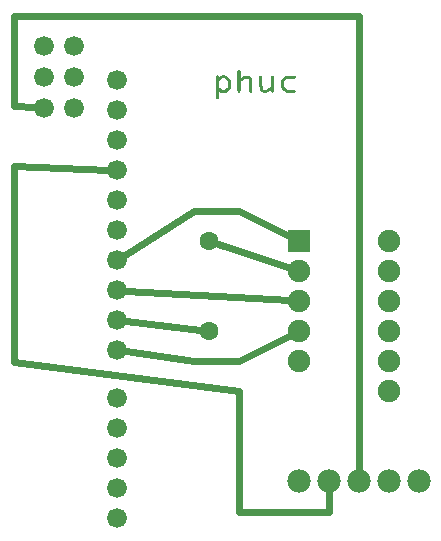
<source format=gtl>
G04 MADE WITH FRITZING*
G04 WWW.FRITZING.ORG*
G04 DOUBLE SIDED*
G04 HOLES PLATED*
G04 CONTOUR ON CENTER OF CONTOUR VECTOR*
%ASAXBY*%
%FSLAX23Y23*%
%MOIN*%
%OFA0B0*%
%SFA1.0B1.0*%
%ADD10C,0.078000*%
%ADD11C,0.066111*%
%ADD12C,0.066139*%
%ADD13C,0.075000*%
%ADD14C,0.062992*%
%ADD15R,0.075000X0.075000*%
%ADD16C,0.024000*%
%ADD17R,0.001000X0.001000*%
%LNCOPPER1*%
G90*
G70*
G54D10*
X1037Y170D03*
X1137Y170D03*
X1237Y170D03*
X1337Y170D03*
X1437Y170D03*
G54D11*
X430Y606D03*
X430Y706D03*
X430Y806D03*
X430Y906D03*
X430Y1006D03*
X430Y1106D03*
X430Y1206D03*
X430Y1306D03*
X430Y1406D03*
X430Y1506D03*
G54D12*
X430Y46D03*
G54D11*
X430Y146D03*
X430Y246D03*
X430Y346D03*
X430Y446D03*
X287Y1516D03*
X188Y1516D03*
X287Y1412D03*
X188Y1412D03*
X287Y1620D03*
X188Y1620D03*
G54D13*
X1037Y970D03*
X1037Y870D03*
X1037Y770D03*
X1037Y670D03*
X1037Y570D03*
X1337Y470D03*
X1337Y570D03*
X1337Y670D03*
X1337Y770D03*
X1337Y870D03*
X1337Y970D03*
X1037Y970D03*
X1037Y870D03*
X1037Y770D03*
X1037Y670D03*
X1037Y570D03*
X1337Y470D03*
X1337Y570D03*
X1337Y670D03*
X1337Y770D03*
X1337Y870D03*
X1337Y970D03*
G54D14*
X737Y969D03*
X737Y669D03*
G54D15*
X1037Y970D03*
X1037Y970D03*
G54D16*
X838Y1070D02*
X688Y1070D01*
D02*
X688Y1070D02*
X456Y922D01*
D02*
X1012Y983D02*
X838Y1070D01*
D02*
X1009Y772D02*
X461Y804D01*
D02*
X707Y673D02*
X460Y702D01*
D02*
X1010Y879D02*
X766Y960D01*
D02*
X838Y571D02*
X688Y571D01*
D02*
X688Y571D02*
X460Y602D01*
D02*
X1012Y657D02*
X838Y571D01*
D02*
X88Y1720D02*
X88Y1421D01*
D02*
X88Y1421D02*
X158Y1415D01*
D02*
X1236Y1720D02*
X88Y1720D01*
D02*
X1237Y200D02*
X1236Y1720D01*
D02*
X1139Y68D02*
X837Y68D01*
D02*
X837Y68D02*
X837Y471D01*
D02*
X837Y471D02*
X88Y568D01*
D02*
X88Y568D02*
X88Y1219D01*
D02*
X88Y1219D02*
X400Y1207D01*
D02*
X1138Y140D02*
X1139Y68D01*
G54D17*
X838Y1542D02*
X838Y1542D01*
X835Y1541D02*
X840Y1541D01*
X835Y1540D02*
X841Y1540D01*
X834Y1539D02*
X842Y1539D01*
X834Y1538D02*
X842Y1538D01*
X833Y1537D02*
X843Y1537D01*
X833Y1536D02*
X843Y1536D01*
X833Y1535D02*
X843Y1535D01*
X833Y1534D02*
X843Y1534D01*
X833Y1533D02*
X843Y1533D01*
X833Y1532D02*
X843Y1532D01*
X833Y1531D02*
X843Y1531D01*
X833Y1530D02*
X843Y1530D01*
X833Y1529D02*
X843Y1529D01*
X833Y1528D02*
X843Y1528D01*
X833Y1527D02*
X843Y1527D01*
X833Y1526D02*
X843Y1526D01*
X833Y1525D02*
X843Y1525D01*
X833Y1524D02*
X843Y1524D01*
X786Y1523D02*
X786Y1523D01*
X833Y1523D02*
X843Y1523D01*
X764Y1522D02*
X768Y1522D01*
X780Y1522D02*
X792Y1522D01*
X833Y1522D02*
X843Y1522D01*
X763Y1521D02*
X769Y1521D01*
X778Y1521D02*
X794Y1521D01*
X833Y1521D02*
X843Y1521D01*
X762Y1520D02*
X770Y1520D01*
X777Y1520D02*
X796Y1520D01*
X833Y1520D02*
X843Y1520D01*
X856Y1520D02*
X871Y1520D01*
X908Y1520D02*
X912Y1520D01*
X947Y1520D02*
X952Y1520D01*
X996Y1520D02*
X1024Y1520D01*
X762Y1519D02*
X770Y1519D01*
X775Y1519D02*
X797Y1519D01*
X833Y1519D02*
X843Y1519D01*
X854Y1519D02*
X873Y1519D01*
X907Y1519D02*
X913Y1519D01*
X946Y1519D02*
X953Y1519D01*
X994Y1519D02*
X1025Y1519D01*
X761Y1518D02*
X771Y1518D01*
X774Y1518D02*
X798Y1518D01*
X833Y1518D02*
X843Y1518D01*
X852Y1518D02*
X875Y1518D01*
X906Y1518D02*
X914Y1518D01*
X946Y1518D02*
X954Y1518D01*
X992Y1518D02*
X1026Y1518D01*
X761Y1517D02*
X771Y1517D01*
X773Y1517D02*
X799Y1517D01*
X833Y1517D02*
X843Y1517D01*
X851Y1517D02*
X876Y1517D01*
X906Y1517D02*
X914Y1517D01*
X945Y1517D02*
X954Y1517D01*
X990Y1517D02*
X1026Y1517D01*
X761Y1516D02*
X800Y1516D01*
X833Y1516D02*
X843Y1516D01*
X849Y1516D02*
X877Y1516D01*
X905Y1516D02*
X914Y1516D01*
X945Y1516D02*
X954Y1516D01*
X989Y1516D02*
X1026Y1516D01*
X761Y1515D02*
X802Y1515D01*
X833Y1515D02*
X843Y1515D01*
X848Y1515D02*
X878Y1515D01*
X905Y1515D02*
X914Y1515D01*
X945Y1515D02*
X954Y1515D01*
X988Y1515D02*
X1026Y1515D01*
X761Y1514D02*
X803Y1514D01*
X833Y1514D02*
X843Y1514D01*
X846Y1514D02*
X879Y1514D01*
X906Y1514D02*
X915Y1514D01*
X945Y1514D02*
X954Y1514D01*
X987Y1514D02*
X1026Y1514D01*
X761Y1513D02*
X804Y1513D01*
X833Y1513D02*
X879Y1513D01*
X906Y1513D02*
X915Y1513D01*
X945Y1513D02*
X954Y1513D01*
X986Y1513D02*
X1025Y1513D01*
X761Y1512D02*
X782Y1512D01*
X790Y1512D02*
X805Y1512D01*
X833Y1512D02*
X880Y1512D01*
X906Y1512D02*
X915Y1512D01*
X945Y1512D02*
X954Y1512D01*
X985Y1512D02*
X1024Y1512D01*
X761Y1511D02*
X780Y1511D01*
X792Y1511D02*
X806Y1511D01*
X833Y1511D02*
X880Y1511D01*
X906Y1511D02*
X915Y1511D01*
X945Y1511D02*
X954Y1511D01*
X984Y1511D02*
X1022Y1511D01*
X761Y1510D02*
X779Y1510D01*
X793Y1510D02*
X807Y1510D01*
X833Y1510D02*
X858Y1510D01*
X869Y1510D02*
X880Y1510D01*
X906Y1510D02*
X915Y1510D01*
X945Y1510D02*
X954Y1510D01*
X983Y1510D02*
X997Y1510D01*
X761Y1509D02*
X778Y1509D01*
X794Y1509D02*
X807Y1509D01*
X833Y1509D02*
X856Y1509D01*
X871Y1509D02*
X881Y1509D01*
X906Y1509D02*
X915Y1509D01*
X945Y1509D02*
X954Y1509D01*
X982Y1509D02*
X996Y1509D01*
X761Y1508D02*
X778Y1508D01*
X795Y1508D02*
X808Y1508D01*
X833Y1508D02*
X855Y1508D01*
X871Y1508D02*
X881Y1508D01*
X906Y1508D02*
X915Y1508D01*
X945Y1508D02*
X954Y1508D01*
X981Y1508D02*
X995Y1508D01*
X761Y1507D02*
X777Y1507D01*
X796Y1507D02*
X809Y1507D01*
X833Y1507D02*
X853Y1507D01*
X872Y1507D02*
X881Y1507D01*
X906Y1507D02*
X915Y1507D01*
X945Y1507D02*
X954Y1507D01*
X980Y1507D02*
X994Y1507D01*
X761Y1506D02*
X776Y1506D01*
X797Y1506D02*
X809Y1506D01*
X833Y1506D02*
X851Y1506D01*
X872Y1506D02*
X881Y1506D01*
X906Y1506D02*
X915Y1506D01*
X945Y1506D02*
X954Y1506D01*
X979Y1506D02*
X993Y1506D01*
X761Y1505D02*
X775Y1505D01*
X799Y1505D02*
X810Y1505D01*
X833Y1505D02*
X850Y1505D01*
X872Y1505D02*
X881Y1505D01*
X906Y1505D02*
X915Y1505D01*
X945Y1505D02*
X954Y1505D01*
X979Y1505D02*
X992Y1505D01*
X761Y1504D02*
X774Y1504D01*
X800Y1504D02*
X810Y1504D01*
X833Y1504D02*
X848Y1504D01*
X872Y1504D02*
X881Y1504D01*
X906Y1504D02*
X915Y1504D01*
X945Y1504D02*
X954Y1504D01*
X978Y1504D02*
X990Y1504D01*
X761Y1503D02*
X773Y1503D01*
X800Y1503D02*
X810Y1503D01*
X833Y1503D02*
X847Y1503D01*
X872Y1503D02*
X881Y1503D01*
X906Y1503D02*
X915Y1503D01*
X945Y1503D02*
X954Y1503D01*
X978Y1503D02*
X989Y1503D01*
X761Y1502D02*
X772Y1502D01*
X801Y1502D02*
X810Y1502D01*
X833Y1502D02*
X845Y1502D01*
X872Y1502D02*
X881Y1502D01*
X906Y1502D02*
X915Y1502D01*
X945Y1502D02*
X954Y1502D01*
X978Y1502D02*
X988Y1502D01*
X761Y1501D02*
X771Y1501D01*
X801Y1501D02*
X810Y1501D01*
X833Y1501D02*
X844Y1501D01*
X872Y1501D02*
X881Y1501D01*
X906Y1501D02*
X915Y1501D01*
X945Y1501D02*
X954Y1501D01*
X978Y1501D02*
X987Y1501D01*
X761Y1500D02*
X771Y1500D01*
X801Y1500D02*
X810Y1500D01*
X833Y1500D02*
X843Y1500D01*
X872Y1500D02*
X881Y1500D01*
X906Y1500D02*
X915Y1500D01*
X945Y1500D02*
X954Y1500D01*
X978Y1500D02*
X987Y1500D01*
X761Y1499D02*
X771Y1499D01*
X801Y1499D02*
X810Y1499D01*
X833Y1499D02*
X843Y1499D01*
X872Y1499D02*
X881Y1499D01*
X906Y1499D02*
X915Y1499D01*
X945Y1499D02*
X954Y1499D01*
X977Y1499D02*
X987Y1499D01*
X761Y1498D02*
X771Y1498D01*
X801Y1498D02*
X810Y1498D01*
X833Y1498D02*
X843Y1498D01*
X872Y1498D02*
X881Y1498D01*
X906Y1498D02*
X915Y1498D01*
X945Y1498D02*
X954Y1498D01*
X977Y1498D02*
X987Y1498D01*
X761Y1497D02*
X771Y1497D01*
X801Y1497D02*
X810Y1497D01*
X833Y1497D02*
X843Y1497D01*
X872Y1497D02*
X881Y1497D01*
X906Y1497D02*
X915Y1497D01*
X945Y1497D02*
X954Y1497D01*
X977Y1497D02*
X987Y1497D01*
X761Y1496D02*
X771Y1496D01*
X801Y1496D02*
X810Y1496D01*
X833Y1496D02*
X843Y1496D01*
X872Y1496D02*
X881Y1496D01*
X906Y1496D02*
X915Y1496D01*
X945Y1496D02*
X954Y1496D01*
X977Y1496D02*
X987Y1496D01*
X761Y1495D02*
X771Y1495D01*
X801Y1495D02*
X810Y1495D01*
X833Y1495D02*
X843Y1495D01*
X872Y1495D02*
X881Y1495D01*
X906Y1495D02*
X915Y1495D01*
X945Y1495D02*
X954Y1495D01*
X977Y1495D02*
X987Y1495D01*
X761Y1494D02*
X771Y1494D01*
X801Y1494D02*
X810Y1494D01*
X833Y1494D02*
X843Y1494D01*
X872Y1494D02*
X881Y1494D01*
X906Y1494D02*
X915Y1494D01*
X945Y1494D02*
X954Y1494D01*
X977Y1494D02*
X987Y1494D01*
X761Y1493D02*
X771Y1493D01*
X801Y1493D02*
X810Y1493D01*
X833Y1493D02*
X843Y1493D01*
X872Y1493D02*
X881Y1493D01*
X906Y1493D02*
X915Y1493D01*
X945Y1493D02*
X954Y1493D01*
X977Y1493D02*
X987Y1493D01*
X761Y1492D02*
X771Y1492D01*
X801Y1492D02*
X810Y1492D01*
X833Y1492D02*
X843Y1492D01*
X872Y1492D02*
X881Y1492D01*
X906Y1492D02*
X915Y1492D01*
X945Y1492D02*
X954Y1492D01*
X977Y1492D02*
X987Y1492D01*
X761Y1491D02*
X771Y1491D01*
X801Y1491D02*
X810Y1491D01*
X833Y1491D02*
X843Y1491D01*
X872Y1491D02*
X881Y1491D01*
X906Y1491D02*
X915Y1491D01*
X945Y1491D02*
X954Y1491D01*
X977Y1491D02*
X987Y1491D01*
X761Y1490D02*
X771Y1490D01*
X801Y1490D02*
X810Y1490D01*
X833Y1490D02*
X843Y1490D01*
X872Y1490D02*
X881Y1490D01*
X906Y1490D02*
X915Y1490D01*
X945Y1490D02*
X954Y1490D01*
X977Y1490D02*
X987Y1490D01*
X761Y1489D02*
X771Y1489D01*
X801Y1489D02*
X810Y1489D01*
X833Y1489D02*
X843Y1489D01*
X872Y1489D02*
X882Y1489D01*
X906Y1489D02*
X915Y1489D01*
X945Y1489D02*
X954Y1489D01*
X977Y1489D02*
X987Y1489D01*
X761Y1488D02*
X771Y1488D01*
X801Y1488D02*
X810Y1488D01*
X833Y1488D02*
X843Y1488D01*
X872Y1488D02*
X882Y1488D01*
X906Y1488D02*
X915Y1488D01*
X945Y1488D02*
X954Y1488D01*
X977Y1488D02*
X987Y1488D01*
X761Y1487D02*
X771Y1487D01*
X801Y1487D02*
X810Y1487D01*
X833Y1487D02*
X843Y1487D01*
X873Y1487D02*
X882Y1487D01*
X906Y1487D02*
X915Y1487D01*
X945Y1487D02*
X954Y1487D01*
X977Y1487D02*
X987Y1487D01*
X761Y1486D02*
X771Y1486D01*
X801Y1486D02*
X810Y1486D01*
X833Y1486D02*
X843Y1486D01*
X873Y1486D02*
X882Y1486D01*
X906Y1486D02*
X916Y1486D01*
X945Y1486D02*
X954Y1486D01*
X977Y1486D02*
X987Y1486D01*
X761Y1485D02*
X771Y1485D01*
X801Y1485D02*
X810Y1485D01*
X833Y1485D02*
X843Y1485D01*
X873Y1485D02*
X882Y1485D01*
X906Y1485D02*
X916Y1485D01*
X945Y1485D02*
X954Y1485D01*
X978Y1485D02*
X987Y1485D01*
X761Y1484D02*
X771Y1484D01*
X801Y1484D02*
X810Y1484D01*
X833Y1484D02*
X843Y1484D01*
X873Y1484D02*
X882Y1484D01*
X906Y1484D02*
X916Y1484D01*
X944Y1484D02*
X954Y1484D01*
X978Y1484D02*
X987Y1484D01*
X761Y1483D02*
X772Y1483D01*
X801Y1483D02*
X810Y1483D01*
X833Y1483D02*
X843Y1483D01*
X873Y1483D02*
X882Y1483D01*
X907Y1483D02*
X916Y1483D01*
X943Y1483D02*
X954Y1483D01*
X978Y1483D02*
X988Y1483D01*
X761Y1482D02*
X772Y1482D01*
X800Y1482D02*
X810Y1482D01*
X833Y1482D02*
X843Y1482D01*
X873Y1482D02*
X882Y1482D01*
X907Y1482D02*
X916Y1482D01*
X941Y1482D02*
X954Y1482D01*
X978Y1482D02*
X989Y1482D01*
X761Y1481D02*
X773Y1481D01*
X800Y1481D02*
X810Y1481D01*
X833Y1481D02*
X843Y1481D01*
X873Y1481D02*
X882Y1481D01*
X907Y1481D02*
X916Y1481D01*
X939Y1481D02*
X954Y1481D01*
X978Y1481D02*
X990Y1481D01*
X761Y1480D02*
X774Y1480D01*
X799Y1480D02*
X810Y1480D01*
X833Y1480D02*
X843Y1480D01*
X873Y1480D02*
X882Y1480D01*
X907Y1480D02*
X916Y1480D01*
X938Y1480D02*
X954Y1480D01*
X979Y1480D02*
X991Y1480D01*
X761Y1479D02*
X775Y1479D01*
X797Y1479D02*
X809Y1479D01*
X833Y1479D02*
X843Y1479D01*
X873Y1479D02*
X882Y1479D01*
X907Y1479D02*
X916Y1479D01*
X936Y1479D02*
X954Y1479D01*
X979Y1479D02*
X993Y1479D01*
X761Y1478D02*
X776Y1478D01*
X796Y1478D02*
X809Y1478D01*
X833Y1478D02*
X843Y1478D01*
X873Y1478D02*
X882Y1478D01*
X907Y1478D02*
X916Y1478D01*
X935Y1478D02*
X954Y1478D01*
X980Y1478D02*
X994Y1478D01*
X761Y1477D02*
X777Y1477D01*
X795Y1477D02*
X808Y1477D01*
X833Y1477D02*
X843Y1477D01*
X873Y1477D02*
X882Y1477D01*
X907Y1477D02*
X916Y1477D01*
X933Y1477D02*
X954Y1477D01*
X981Y1477D02*
X995Y1477D01*
X761Y1476D02*
X778Y1476D01*
X794Y1476D02*
X808Y1476D01*
X833Y1476D02*
X843Y1476D01*
X873Y1476D02*
X882Y1476D01*
X907Y1476D02*
X917Y1476D01*
X932Y1476D02*
X954Y1476D01*
X982Y1476D02*
X996Y1476D01*
X761Y1475D02*
X779Y1475D01*
X793Y1475D02*
X807Y1475D01*
X833Y1475D02*
X843Y1475D01*
X873Y1475D02*
X882Y1475D01*
X907Y1475D02*
X918Y1475D01*
X930Y1475D02*
X954Y1475D01*
X983Y1475D02*
X997Y1475D01*
X761Y1474D02*
X780Y1474D01*
X792Y1474D02*
X806Y1474D01*
X833Y1474D02*
X843Y1474D01*
X873Y1474D02*
X882Y1474D01*
X908Y1474D02*
X954Y1474D01*
X984Y1474D02*
X1022Y1474D01*
X761Y1473D02*
X782Y1473D01*
X790Y1473D02*
X805Y1473D01*
X833Y1473D02*
X843Y1473D01*
X873Y1473D02*
X882Y1473D01*
X908Y1473D02*
X954Y1473D01*
X985Y1473D02*
X1024Y1473D01*
X761Y1472D02*
X804Y1472D01*
X833Y1472D02*
X843Y1472D01*
X873Y1472D02*
X882Y1472D01*
X908Y1472D02*
X943Y1472D01*
X945Y1472D02*
X954Y1472D01*
X986Y1472D02*
X1025Y1472D01*
X761Y1471D02*
X803Y1471D01*
X833Y1471D02*
X843Y1471D01*
X873Y1471D02*
X882Y1471D01*
X909Y1471D02*
X941Y1471D01*
X945Y1471D02*
X954Y1471D01*
X987Y1471D02*
X1026Y1471D01*
X761Y1470D02*
X801Y1470D01*
X833Y1470D02*
X843Y1470D01*
X873Y1470D02*
X882Y1470D01*
X910Y1470D02*
X940Y1470D01*
X945Y1470D02*
X954Y1470D01*
X989Y1470D02*
X1026Y1470D01*
X761Y1469D02*
X800Y1469D01*
X834Y1469D02*
X843Y1469D01*
X873Y1469D02*
X882Y1469D01*
X911Y1469D02*
X938Y1469D01*
X945Y1469D02*
X954Y1469D01*
X990Y1469D02*
X1026Y1469D01*
X761Y1468D02*
X771Y1468D01*
X773Y1468D02*
X799Y1468D01*
X834Y1468D02*
X842Y1468D01*
X873Y1468D02*
X882Y1468D01*
X912Y1468D02*
X937Y1468D01*
X945Y1468D02*
X954Y1468D01*
X991Y1468D02*
X1026Y1468D01*
X761Y1467D02*
X771Y1467D01*
X774Y1467D02*
X798Y1467D01*
X834Y1467D02*
X842Y1467D01*
X874Y1467D02*
X882Y1467D01*
X913Y1467D02*
X935Y1467D01*
X946Y1467D02*
X954Y1467D01*
X992Y1467D02*
X1026Y1467D01*
X761Y1466D02*
X771Y1466D01*
X775Y1466D02*
X797Y1466D01*
X835Y1466D02*
X841Y1466D01*
X874Y1466D02*
X881Y1466D01*
X915Y1466D02*
X934Y1466D01*
X946Y1466D02*
X953Y1466D01*
X994Y1466D02*
X1025Y1466D01*
X761Y1465D02*
X771Y1465D01*
X776Y1465D02*
X796Y1465D01*
X836Y1465D02*
X840Y1465D01*
X875Y1465D02*
X880Y1465D01*
X917Y1465D02*
X931Y1465D01*
X947Y1465D02*
X952Y1465D01*
X996Y1465D02*
X1024Y1465D01*
X761Y1464D02*
X771Y1464D01*
X778Y1464D02*
X794Y1464D01*
X761Y1463D02*
X771Y1463D01*
X780Y1463D02*
X792Y1463D01*
X761Y1462D02*
X771Y1462D01*
X761Y1461D02*
X771Y1461D01*
X761Y1460D02*
X771Y1460D01*
X761Y1459D02*
X771Y1459D01*
X761Y1458D02*
X771Y1458D01*
X761Y1457D02*
X771Y1457D01*
X761Y1456D02*
X771Y1456D01*
X761Y1455D02*
X771Y1455D01*
X761Y1454D02*
X771Y1454D01*
X761Y1453D02*
X771Y1453D01*
X761Y1452D02*
X771Y1452D01*
X761Y1451D02*
X771Y1451D01*
X761Y1450D02*
X771Y1450D01*
X761Y1449D02*
X771Y1449D01*
X761Y1448D02*
X771Y1448D01*
X762Y1447D02*
X770Y1447D01*
X762Y1446D02*
X770Y1446D01*
X762Y1445D02*
X770Y1445D01*
X763Y1444D02*
X769Y1444D01*
X766Y1443D02*
X766Y1443D01*
D02*
G04 End of Copper1*
M02*
</source>
